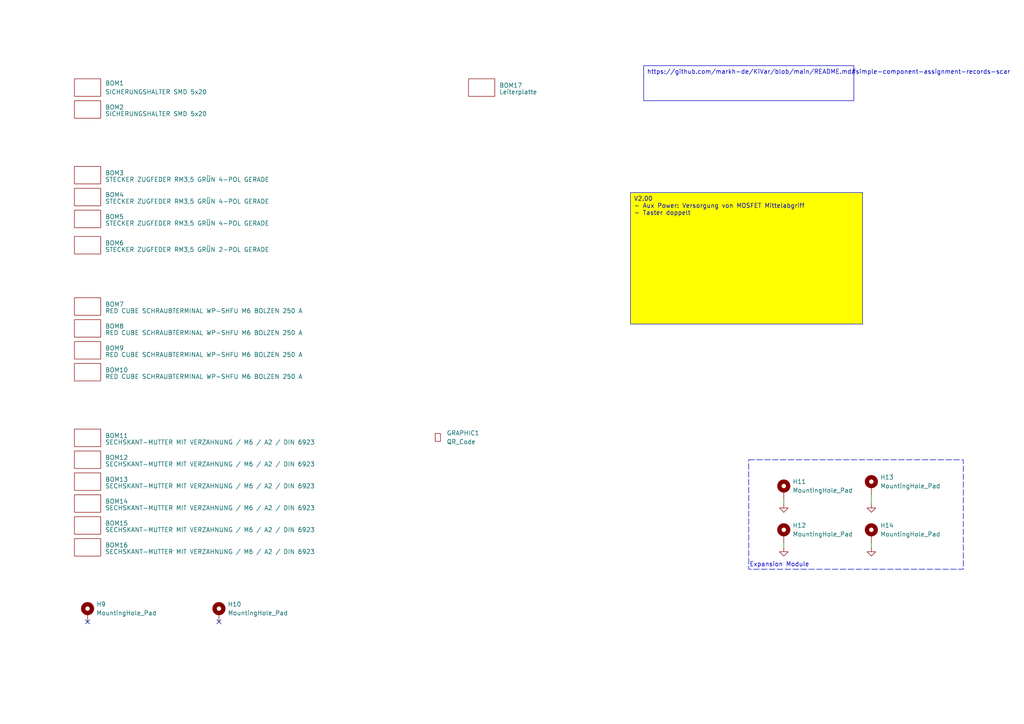
<source format=kicad_sch>
(kicad_sch
	(version 20250114)
	(generator "eeschema")
	(generator_version "9.0")
	(uuid "d2a2d163-13e4-4f1d-aa3d-79667ae6d2fb")
	(paper "A4")
	(lib_symbols
		(symbol "Mechanical:MountingHole_Pad"
			(pin_numbers
				(hide yes)
			)
			(pin_names
				(offset 1.016)
				(hide yes)
			)
			(exclude_from_sim yes)
			(in_bom no)
			(on_board yes)
			(property "Reference" "H"
				(at 0 6.35 0)
				(effects
					(font
						(size 1.27 1.27)
					)
				)
			)
			(property "Value" "MountingHole_Pad"
				(at 0 4.445 0)
				(effects
					(font
						(size 1.27 1.27)
					)
				)
			)
			(property "Footprint" ""
				(at 0 0 0)
				(effects
					(font
						(size 1.27 1.27)
					)
					(hide yes)
				)
			)
			(property "Datasheet" "~"
				(at 0 0 0)
				(effects
					(font
						(size 1.27 1.27)
					)
					(hide yes)
				)
			)
			(property "Description" "Mounting Hole with connection"
				(at 0 0 0)
				(effects
					(font
						(size 1.27 1.27)
					)
					(hide yes)
				)
			)
			(property "ki_keywords" "mounting hole"
				(at 0 0 0)
				(effects
					(font
						(size 1.27 1.27)
					)
					(hide yes)
				)
			)
			(property "ki_fp_filters" "MountingHole*Pad*"
				(at 0 0 0)
				(effects
					(font
						(size 1.27 1.27)
					)
					(hide yes)
				)
			)
			(symbol "MountingHole_Pad_0_1"
				(circle
					(center 0 1.27)
					(radius 1.27)
					(stroke
						(width 1.27)
						(type default)
					)
					(fill
						(type none)
					)
				)
			)
			(symbol "MountingHole_Pad_1_1"
				(pin input line
					(at 0 -2.54 90)
					(length 2.54)
					(name "1"
						(effects
							(font
								(size 1.27 1.27)
							)
						)
					)
					(number "1"
						(effects
							(font
								(size 1.27 1.27)
							)
						)
					)
				)
			)
			(embedded_fonts no)
		)
		(symbol "myBOM_Part:BOM-Part"
			(pin_numbers
				(hide yes)
			)
			(pin_names
				(offset 0)
				(hide yes)
			)
			(exclude_from_sim no)
			(in_bom yes)
			(on_board no)
			(property "Reference" "BOM"
				(at 0 0 0)
				(effects
					(font
						(size 1.27 1.27)
					)
				)
			)
			(property "Value" ""
				(at 0 0 0)
				(effects
					(font
						(size 1.27 1.27)
					)
				)
			)
			(property "Footprint" "myDummy:BOM-Dummy"
				(at 0 0 0)
				(effects
					(font
						(size 1.27 1.27)
					)
					(hide yes)
				)
			)
			(property "Datasheet" ""
				(at 0 0 0)
				(effects
					(font
						(size 1.27 1.27)
					)
					(hide yes)
				)
			)
			(property "Description" ""
				(at 0 0 0)
				(effects
					(font
						(size 1.27 1.27)
					)
					(hide yes)
				)
			)
			(symbol "BOM-Part_0_1"
				(rectangle
					(start -3.81 2.54)
					(end 3.81 -2.54)
					(stroke
						(width 0)
						(type default)
					)
					(fill
						(type none)
					)
				)
			)
			(embedded_fonts no)
		)
		(symbol "myUserSymbol:qrcode"
			(exclude_from_sim no)
			(in_bom yes)
			(on_board yes)
			(property "Reference" "GRAPHIC"
				(at 5.08 1.016 0)
				(effects
					(font
						(size 1.27 1.27)
					)
				)
			)
			(property "Value" "QR_Code"
				(at 5.08 -0.762 0)
				(effects
					(font
						(size 1.27 1.27)
					)
				)
			)
			(property "Footprint" "myQR:qr_PowerPro"
				(at 0 0 0)
				(effects
					(font
						(size 1.27 1.27)
					)
					(hide yes)
				)
			)
			(property "Datasheet" ""
				(at 0 0 0)
				(effects
					(font
						(size 1.27 1.27)
					)
					(hide yes)
				)
			)
			(property "Description" ""
				(at 0 0 0)
				(effects
					(font
						(size 1.27 1.27)
					)
					(hide yes)
				)
			)
			(symbol "qrcode_0_1"
				(rectangle
					(start -0.762 1.27)
					(end 0.762 -1.016)
					(stroke
						(width 0)
						(type default)
					)
					(fill
						(type none)
					)
				)
			)
			(embedded_fonts no)
		)
		(symbol "power:GND"
			(power)
			(pin_numbers
				(hide yes)
			)
			(pin_names
				(offset 0)
				(hide yes)
			)
			(exclude_from_sim no)
			(in_bom yes)
			(on_board yes)
			(property "Reference" "#PWR"
				(at 0 -6.35 0)
				(effects
					(font
						(size 1.27 1.27)
					)
					(hide yes)
				)
			)
			(property "Value" "GND"
				(at 0 -3.81 0)
				(effects
					(font
						(size 1.27 1.27)
					)
				)
			)
			(property "Footprint" ""
				(at 0 0 0)
				(effects
					(font
						(size 1.27 1.27)
					)
					(hide yes)
				)
			)
			(property "Datasheet" ""
				(at 0 0 0)
				(effects
					(font
						(size 1.27 1.27)
					)
					(hide yes)
				)
			)
			(property "Description" "Power symbol creates a global label with name \"GND\" , ground"
				(at 0 0 0)
				(effects
					(font
						(size 1.27 1.27)
					)
					(hide yes)
				)
			)
			(property "ki_keywords" "global power"
				(at 0 0 0)
				(effects
					(font
						(size 1.27 1.27)
					)
					(hide yes)
				)
			)
			(symbol "GND_0_1"
				(polyline
					(pts
						(xy 0 0) (xy 0 -1.27) (xy 1.27 -1.27) (xy 0 -2.54) (xy -1.27 -1.27) (xy 0 -1.27)
					)
					(stroke
						(width 0)
						(type default)
					)
					(fill
						(type none)
					)
				)
			)
			(symbol "GND_1_1"
				(pin power_in line
					(at 0 0 270)
					(length 0)
					(name "~"
						(effects
							(font
								(size 1.27 1.27)
							)
						)
					)
					(number "1"
						(effects
							(font
								(size 1.27 1.27)
							)
						)
					)
				)
			)
			(embedded_fonts no)
		)
	)
	(rectangle
		(start 217.17 133.35)
		(end 279.4 165.1)
		(stroke
			(width 0)
			(type dash)
		)
		(fill
			(type none)
		)
		(uuid 439703d5-96a0-4221-8716-af461b4479f9)
	)
	(text "Expansion Module"
		(exclude_from_sim no)
		(at 226.06 163.83 0)
		(effects
			(font
				(size 1.27 1.27)
			)
		)
		(uuid "04ecad34-d655-4c5c-b20a-c069913c0bd9")
	)
	(text_box "V2.00\n- Aux Power: Versorgung von MOSFET Mittelabgriff\n- Taster doppelt\n"
		(exclude_from_sim no)
		(at 182.88 55.88 0)
		(size 67.31 38.1)
		(margins 0.9525 0.9525 0.9525 0.9525)
		(stroke
			(width 0)
			(type solid)
		)
		(fill
			(type color)
			(color 255 255 0 1)
		)
		(effects
			(font
				(size 1.27 1.27)
			)
			(justify left top)
		)
		(uuid "24112d1c-5aa9-49ef-988a-13f18db7bec7")
	)
	(text_box "https://github.com/markh-de/KiVar/blob/main/README.md#simple-component-assignment-records-scar"
		(exclude_from_sim no)
		(at 186.69 19.05 0)
		(size 60.96 10.16)
		(margins 0.9525 0.9525 0.9525 0.9525)
		(stroke
			(width 0)
			(type solid)
		)
		(fill
			(type none)
		)
		(effects
			(font
				(size 1.27 1.27)
			)
			(justify left top)
		)
		(uuid "bc9d1e96-57a4-4f41-a021-c3925ca2178d")
	)
	(no_connect
		(at 63.5 180.34)
		(uuid "3f9eb071-1071-447f-a0d2-40b907efaaaa")
	)
	(no_connect
		(at 25.4 180.34)
		(uuid "73be37cc-abdc-463d-83e4-d3578cdb1737")
	)
	(wire
		(pts
			(xy 227.33 157.48) (xy 227.33 158.75)
		)
		(stroke
			(width 0)
			(type default)
		)
		(uuid "53dbe2e7-c4e3-41cd-b60d-fba210533a5d")
	)
	(wire
		(pts
			(xy 227.33 144.78) (xy 227.33 146.05)
		)
		(stroke
			(width 0)
			(type default)
		)
		(uuid "58f6d539-5cec-4c5a-a8e9-197ef322413b")
	)
	(wire
		(pts
			(xy 252.73 157.48) (xy 252.73 158.75)
		)
		(stroke
			(width 0)
			(type default)
		)
		(uuid "9c8f581d-90d3-4541-a79d-311bf99038a9")
	)
	(wire
		(pts
			(xy 252.73 143.51) (xy 252.73 146.05)
		)
		(stroke
			(width 0)
			(type default)
		)
		(uuid "d2e9674b-3214-42fe-91fe-eff4b1c6b520")
	)
	(symbol
		(lib_id "myBOM_Part:BOM-Part")
		(at 25.4 158.75 0)
		(unit 1)
		(exclude_from_sim no)
		(in_bom yes)
		(on_board yes)
		(dnp no)
		(fields_autoplaced yes)
		(uuid "13be8445-2381-4989-b0c8-cb0b27a90645")
		(property "Reference" "BOM16"
			(at 30.48 158.1149 0)
			(effects
				(font
					(size 1.27 1.27)
				)
				(justify left)
			)
		)
		(property "Value" "SECHSKANT-MUTTER MIT VERZAHNUNG / M6 / A2 / DIN 6923"
			(at 30.48 160.02 0)
			(effects
				(font
					(size 1.27 1.27)
				)
				(justify left)
			)
		)
		(property "Footprint" "myBOM:BOM_PART_2x2mm"
			(at 25.4 158.75 0)
			(effects
				(font
					(size 1.27 1.27)
				)
				(hide yes)
			)
		)
		(property "Datasheet" ""
			(at 25.4 158.75 0)
			(effects
				(font
					(size 1.27 1.27)
				)
				(hide yes)
			)
		)
		(property "Description" "SECHSKANT-MUTTER MIT VERZAHNUNG / M6 / A2 / DIN 6923"
			(at 25.4 158.75 0)
			(effects
				(font
					(size 1.27 1.27)
				)
				(hide yes)
			)
		)
		(property "ECS Art#" "M589"
			(at 25.4 158.75 0)
			(effects
				(font
					(size 1.27 1.27)
				)
				(hide yes)
			)
		)
		(property "HAN" ""
			(at 25.4 158.75 0)
			(effects
				(font
					(size 1.27 1.27)
				)
				(hide yes)
			)
		)
		(property "Voltage" ""
			(at 25.4 158.75 0)
			(effects
				(font
					(size 1.27 1.27)
				)
				(hide yes)
			)
		)
		(property "Toleranz" ""
			(at 25.4 158.75 0)
			(effects
				(font
					(size 1.27 1.27)
				)
				(hide yes)
			)
		)
		(property "Hersteller" ""
			(at 25.4 158.75 0)
			(effects
				(font
					(size 1.27 1.27)
				)
				(hide yes)
			)
		)
		(instances
			(project "smartPro"
				(path "/bf1f8167-8e29-49cc-a467-dd9cc2c77246/4875905e-d35e-4049-a6aa-c7869d81fd32"
					(reference "BOM16")
					(unit 1)
				)
			)
		)
	)
	(symbol
		(lib_id "myBOM_Part:BOM-Part")
		(at 25.4 101.6 0)
		(unit 1)
		(exclude_from_sim no)
		(in_bom yes)
		(on_board yes)
		(dnp no)
		(fields_autoplaced yes)
		(uuid "1b6df1ec-0485-4b7d-a5ee-514894bd27bb")
		(property "Reference" "BOM9"
			(at 30.48 100.9649 0)
			(effects
				(font
					(size 1.27 1.27)
				)
				(justify left)
			)
		)
		(property "Value" "RED CUBE SCHRAUBTERMINAL WP-SHFU M6 BOLZEN 250 A"
			(at 30.48 102.87 0)
			(effects
				(font
					(size 1.27 1.27)
				)
				(justify left)
			)
		)
		(property "Footprint" "myBOM:BOM_PART_2x2mm"
			(at 25.4 101.6 0)
			(effects
				(font
					(size 1.27 1.27)
				)
				(hide yes)
			)
		)
		(property "Datasheet" ""
			(at 25.4 101.6 0)
			(effects
				(font
					(size 1.27 1.27)
				)
				(hide yes)
			)
		)
		(property "Description" "RED CUBE SCHRAUBTERMINAL WP-SHFU M6 BOLZEN 250 A"
			(at 25.4 101.6 0)
			(effects
				(font
					(size 1.27 1.27)
				)
				(hide yes)
			)
		)
		(property "ECS Art#" "CON521"
			(at 25.4 101.6 0)
			(effects
				(font
					(size 1.27 1.27)
				)
				(hide yes)
			)
		)
		(property "HAN" "7461098"
			(at 25.4 101.6 0)
			(effects
				(font
					(size 1.27 1.27)
				)
				(hide yes)
			)
		)
		(property "Voltage" ""
			(at 25.4 101.6 0)
			(effects
				(font
					(size 1.27 1.27)
				)
				(hide yes)
			)
		)
		(property "Toleranz" ""
			(at 25.4 101.6 0)
			(effects
				(font
					(size 1.27 1.27)
				)
				(hide yes)
			)
		)
		(property "Hersteller" "Würth"
			(at 25.4 101.6 0)
			(effects
				(font
					(size 1.27 1.27)
				)
				(hide yes)
			)
		)
		(instances
			(project "smartPro"
				(path "/bf1f8167-8e29-49cc-a467-dd9cc2c77246/4875905e-d35e-4049-a6aa-c7869d81fd32"
					(reference "BOM9")
					(unit 1)
				)
			)
		)
	)
	(symbol
		(lib_id "Mechanical:MountingHole_Pad")
		(at 252.73 154.94 0)
		(unit 1)
		(exclude_from_sim yes)
		(in_bom no)
		(on_board yes)
		(dnp no)
		(fields_autoplaced yes)
		(uuid "2502056f-8c4a-4ddd-993b-3ef96ce9a768")
		(property "Reference" "H14"
			(at 255.27 152.3999 0)
			(effects
				(font
					(size 1.27 1.27)
				)
				(justify left)
			)
		)
		(property "Value" "MountingHole_Pad"
			(at 255.27 154.9399 0)
			(effects
				(font
					(size 1.27 1.27)
				)
				(justify left)
			)
		)
		(property "Footprint" "MountingHole:MountingHole_3.2mm_M3_DIN965_Pad"
			(at 252.73 154.94 0)
			(effects
				(font
					(size 1.27 1.27)
				)
				(hide yes)
			)
		)
		(property "Datasheet" "~"
			(at 252.73 154.94 0)
			(effects
				(font
					(size 1.27 1.27)
				)
				(hide yes)
			)
		)
		(property "Description" "Mounting Hole with connection"
			(at 252.73 154.94 0)
			(effects
				(font
					(size 1.27 1.27)
				)
				(hide yes)
			)
		)
		(pin "1"
			(uuid "9d30b5b2-c1c1-4513-9a90-ed04021f002d")
		)
		(instances
			(project "smartPro"
				(path "/bf1f8167-8e29-49cc-a467-dd9cc2c77246/4875905e-d35e-4049-a6aa-c7869d81fd32"
					(reference "H14")
					(unit 1)
				)
			)
		)
	)
	(symbol
		(lib_id "myBOM_Part:BOM-Part")
		(at 25.4 146.05 0)
		(unit 1)
		(exclude_from_sim no)
		(in_bom yes)
		(on_board yes)
		(dnp no)
		(fields_autoplaced yes)
		(uuid "2a14a79f-b15b-4981-b6b1-db220f193080")
		(property "Reference" "BOM14"
			(at 30.48 145.4149 0)
			(effects
				(font
					(size 1.27 1.27)
				)
				(justify left)
			)
		)
		(property "Value" "SECHSKANT-MUTTER MIT VERZAHNUNG / M6 / A2 / DIN 6923"
			(at 30.48 147.32 0)
			(effects
				(font
					(size 1.27 1.27)
				)
				(justify left)
			)
		)
		(property "Footprint" "myBOM:BOM_PART_2x2mm"
			(at 25.4 146.05 0)
			(effects
				(font
					(size 1.27 1.27)
				)
				(hide yes)
			)
		)
		(property "Datasheet" ""
			(at 25.4 146.05 0)
			(effects
				(font
					(size 1.27 1.27)
				)
				(hide yes)
			)
		)
		(property "Description" "SECHSKANT-MUTTER MIT VERZAHNUNG / M6 / A2 / DIN 6923"
			(at 25.4 146.05 0)
			(effects
				(font
					(size 1.27 1.27)
				)
				(hide yes)
			)
		)
		(property "ECS Art#" "M589"
			(at 25.4 146.05 0)
			(effects
				(font
					(size 1.27 1.27)
				)
				(hide yes)
			)
		)
		(property "HAN" ""
			(at 25.4 146.05 0)
			(effects
				(font
					(size 1.27 1.27)
				)
				(hide yes)
			)
		)
		(property "Voltage" ""
			(at 25.4 146.05 0)
			(effects
				(font
					(size 1.27 1.27)
				)
				(hide yes)
			)
		)
		(property "Toleranz" ""
			(at 25.4 146.05 0)
			(effects
				(font
					(size 1.27 1.27)
				)
				(hide yes)
			)
		)
		(property "Hersteller" ""
			(at 25.4 146.05 0)
			(effects
				(font
					(size 1.27 1.27)
				)
				(hide yes)
			)
		)
		(instances
			(project "smartPro"
				(path "/bf1f8167-8e29-49cc-a467-dd9cc2c77246/4875905e-d35e-4049-a6aa-c7869d81fd32"
					(reference "BOM14")
					(unit 1)
				)
			)
		)
	)
	(symbol
		(lib_id "power:GND")
		(at 252.73 158.75 0)
		(unit 1)
		(exclude_from_sim no)
		(in_bom yes)
		(on_board yes)
		(dnp no)
		(fields_autoplaced yes)
		(uuid "2e145680-fd29-46b3-8308-ad8e89387c5f")
		(property "Reference" "#PWR0272"
			(at 252.73 165.1 0)
			(effects
				(font
					(size 1.27 1.27)
				)
				(hide yes)
			)
		)
		(property "Value" "GND"
			(at 252.73 163.83 0)
			(effects
				(font
					(size 1.27 1.27)
				)
				(hide yes)
			)
		)
		(property "Footprint" ""
			(at 252.73 158.75 0)
			(effects
				(font
					(size 1.27 1.27)
				)
				(hide yes)
			)
		)
		(property "Datasheet" ""
			(at 252.73 158.75 0)
			(effects
				(font
					(size 1.27 1.27)
				)
				(hide yes)
			)
		)
		(property "Description" "Power symbol creates a global label with name \"GND\" , ground"
			(at 252.73 158.75 0)
			(effects
				(font
					(size 1.27 1.27)
				)
				(hide yes)
			)
		)
		(pin "1"
			(uuid "27b8f9e2-3c78-4292-90ff-83d487177b34")
		)
		(instances
			(project "smartPro"
				(path "/bf1f8167-8e29-49cc-a467-dd9cc2c77246/4875905e-d35e-4049-a6aa-c7869d81fd32"
					(reference "#PWR0272")
					(unit 1)
				)
			)
		)
	)
	(symbol
		(lib_id "myBOM_Part:BOM-Part")
		(at 25.4 139.7 0)
		(unit 1)
		(exclude_from_sim no)
		(in_bom yes)
		(on_board yes)
		(dnp no)
		(fields_autoplaced yes)
		(uuid "2ff67a74-e4b4-4e20-ba8c-99282f2a2b30")
		(property "Reference" "BOM13"
			(at 30.48 139.0649 0)
			(effects
				(font
					(size 1.27 1.27)
				)
				(justify left)
			)
		)
		(property "Value" "SECHSKANT-MUTTER MIT VERZAHNUNG / M6 / A2 / DIN 6923"
			(at 30.48 140.97 0)
			(effects
				(font
					(size 1.27 1.27)
				)
				(justify left)
			)
		)
		(property "Footprint" "myBOM:BOM_PART_2x2mm"
			(at 25.4 139.7 0)
			(effects
				(font
					(size 1.27 1.27)
				)
				(hide yes)
			)
		)
		(property "Datasheet" ""
			(at 25.4 139.7 0)
			(effects
				(font
					(size 1.27 1.27)
				)
				(hide yes)
			)
		)
		(property "Description" "SECHSKANT-MUTTER MIT VERZAHNUNG / M6 / A2 / DIN 6923"
			(at 25.4 139.7 0)
			(effects
				(font
					(size 1.27 1.27)
				)
				(hide yes)
			)
		)
		(property "ECS Art#" "M589"
			(at 25.4 139.7 0)
			(effects
				(font
					(size 1.27 1.27)
				)
				(hide yes)
			)
		)
		(property "HAN" ""
			(at 25.4 139.7 0)
			(effects
				(font
					(size 1.27 1.27)
				)
				(hide yes)
			)
		)
		(property "Voltage" ""
			(at 25.4 139.7 0)
			(effects
				(font
					(size 1.27 1.27)
				)
				(hide yes)
			)
		)
		(property "Toleranz" ""
			(at 25.4 139.7 0)
			(effects
				(font
					(size 1.27 1.27)
				)
				(hide yes)
			)
		)
		(property "Hersteller" ""
			(at 25.4 139.7 0)
			(effects
				(font
					(size 1.27 1.27)
				)
				(hide yes)
			)
		)
		(instances
			(project "smartPro"
				(path "/bf1f8167-8e29-49cc-a467-dd9cc2c77246/4875905e-d35e-4049-a6aa-c7869d81fd32"
					(reference "BOM13")
					(unit 1)
				)
			)
		)
	)
	(symbol
		(lib_id "myBOM_Part:BOM-Part")
		(at 25.4 107.95 0)
		(unit 1)
		(exclude_from_sim no)
		(in_bom yes)
		(on_board yes)
		(dnp no)
		(fields_autoplaced yes)
		(uuid "33ba4f5c-fa84-45f2-bf01-aade6a0ebfe8")
		(property "Reference" "BOM10"
			(at 30.48 107.3149 0)
			(effects
				(font
					(size 1.27 1.27)
				)
				(justify left)
			)
		)
		(property "Value" "RED CUBE SCHRAUBTERMINAL WP-SHFU M6 BOLZEN 250 A"
			(at 30.48 109.22 0)
			(effects
				(font
					(size 1.27 1.27)
				)
				(justify left)
			)
		)
		(property "Footprint" "myBOM:BOM_PART_2x2mm"
			(at 25.4 107.95 0)
			(effects
				(font
					(size 1.27 1.27)
				)
				(hide yes)
			)
		)
		(property "Datasheet" ""
			(at 25.4 107.95 0)
			(effects
				(font
					(size 1.27 1.27)
				)
				(hide yes)
			)
		)
		(property "Description" "RED CUBE SCHRAUBTERMINAL WP-SHFU M6 BOLZEN 250 A"
			(at 25.4 107.95 0)
			(effects
				(font
					(size 1.27 1.27)
				)
				(hide yes)
			)
		)
		(property "ECS Art#" "CON521"
			(at 25.4 107.95 0)
			(effects
				(font
					(size 1.27 1.27)
				)
				(hide yes)
			)
		)
		(property "HAN" "7461098"
			(at 25.4 107.95 0)
			(effects
				(font
					(size 1.27 1.27)
				)
				(hide yes)
			)
		)
		(property "Voltage" ""
			(at 25.4 107.95 0)
			(effects
				(font
					(size 1.27 1.27)
				)
				(hide yes)
			)
		)
		(property "Toleranz" ""
			(at 25.4 107.95 0)
			(effects
				(font
					(size 1.27 1.27)
				)
				(hide yes)
			)
		)
		(property "Hersteller" "Würth"
			(at 25.4 107.95 0)
			(effects
				(font
					(size 1.27 1.27)
				)
				(hide yes)
			)
		)
		(instances
			(project "smartPro"
				(path "/bf1f8167-8e29-49cc-a467-dd9cc2c77246/4875905e-d35e-4049-a6aa-c7869d81fd32"
					(reference "BOM10")
					(unit 1)
				)
			)
		)
	)
	(symbol
		(lib_id "myBOM_Part:BOM-Part")
		(at 25.4 95.25 0)
		(unit 1)
		(exclude_from_sim no)
		(in_bom yes)
		(on_board yes)
		(dnp no)
		(fields_autoplaced yes)
		(uuid "3af4fbd4-d40e-452c-9e32-001077c1c6aa")
		(property "Reference" "BOM8"
			(at 30.48 94.6149 0)
			(effects
				(font
					(size 1.27 1.27)
				)
				(justify left)
			)
		)
		(property "Value" "RED CUBE SCHRAUBTERMINAL WP-SHFU M6 BOLZEN 250 A"
			(at 30.48 96.52 0)
			(effects
				(font
					(size 1.27 1.27)
				)
				(justify left)
			)
		)
		(property "Footprint" "myBOM:BOM_PART_2x2mm"
			(at 25.4 95.25 0)
			(effects
				(font
					(size 1.27 1.27)
				)
				(hide yes)
			)
		)
		(property "Datasheet" ""
			(at 25.4 95.25 0)
			(effects
				(font
					(size 1.27 1.27)
				)
				(hide yes)
			)
		)
		(property "Description" "RED CUBE SCHRAUBTERMINAL WP-SHFU M6 BOLZEN 250 A"
			(at 25.4 95.25 0)
			(effects
				(font
					(size 1.27 1.27)
				)
				(hide yes)
			)
		)
		(property "ECS Art#" "CON521"
			(at 25.4 95.25 0)
			(effects
				(font
					(size 1.27 1.27)
				)
				(hide yes)
			)
		)
		(property "HAN" "7461098"
			(at 25.4 95.25 0)
			(effects
				(font
					(size 1.27 1.27)
				)
				(hide yes)
			)
		)
		(property "Voltage" ""
			(at 25.4 95.25 0)
			(effects
				(font
					(size 1.27 1.27)
				)
				(hide yes)
			)
		)
		(property "Toleranz" ""
			(at 25.4 95.25 0)
			(effects
				(font
					(size 1.27 1.27)
				)
				(hide yes)
			)
		)
		(property "Hersteller" "Würth"
			(at 25.4 95.25 0)
			(effects
				(font
					(size 1.27 1.27)
				)
				(hide yes)
			)
		)
		(instances
			(project "smartPro"
				(path "/bf1f8167-8e29-49cc-a467-dd9cc2c77246/4875905e-d35e-4049-a6aa-c7869d81fd32"
					(reference "BOM8")
					(unit 1)
				)
			)
		)
	)
	(symbol
		(lib_id "myBOM_Part:BOM-Part")
		(at 25.4 50.8 0)
		(unit 1)
		(exclude_from_sim no)
		(in_bom yes)
		(on_board yes)
		(dnp no)
		(fields_autoplaced yes)
		(uuid "3b1edae6-9a49-468b-9575-917881cfa914")
		(property "Reference" "BOM3"
			(at 30.48 50.1649 0)
			(effects
				(font
					(size 1.27 1.27)
				)
				(justify left)
			)
		)
		(property "Value" "STECKER ZUGFEDER RM3,5 GRÜN 4-POL GERADE"
			(at 30.48 52.07 0)
			(effects
				(font
					(size 1.27 1.27)
				)
				(justify left)
			)
		)
		(property "Footprint" "myBOM:BOM_PART_2x2mm"
			(at 25.4 50.8 0)
			(effects
				(font
					(size 1.27 1.27)
				)
				(hide yes)
			)
		)
		(property "Datasheet" "https://www.lcsc.com/datasheet/lcsc_datasheet_2111222030_Cixi-Kefa-Elec-KF2EDGKN-3-5-4P_C2923001.pdf"
			(at 25.4 50.8 0)
			(effects
				(font
					(size 1.27 1.27)
				)
				(hide yes)
			)
		)
		(property "Description" "STECKER ZUGFEDER RM3,5 GRÜN 4-POL GERADE"
			(at 25.4 50.8 0)
			(effects
				(font
					(size 1.27 1.27)
				)
				(hide yes)
			)
		)
		(property "ECS Art#" "CON592"
			(at 25.4 50.8 0)
			(effects
				(font
					(size 1.27 1.27)
				)
				(hide yes)
			)
		)
		(property "HAN" "KF2EDGKN-3.5-4P"
			(at 25.4 50.8 0)
			(effects
				(font
					(size 1.27 1.27)
				)
				(hide yes)
			)
		)
		(property "Voltage" ""
			(at 25.4 50.8 0)
			(effects
				(font
					(size 1.27 1.27)
				)
				(hide yes)
			)
		)
		(property "Toleranz" ""
			(at 25.4 50.8 0)
			(effects
				(font
					(size 1.27 1.27)
				)
				(hide yes)
			)
		)
		(property "Hersteller" "Cici"
			(at 25.4 50.8 0)
			(effects
				(font
					(size 1.27 1.27)
				)
				(hide yes)
			)
		)
		(instances
			(project "greenSmartSwitch"
				(path "/bf1f8167-8e29-49cc-a467-dd9cc2c77246/4875905e-d35e-4049-a6aa-c7869d81fd32"
					(reference "BOM3")
					(unit 1)
				)
			)
		)
	)
	(symbol
		(lib_id "myUserSymbol:qrcode")
		(at 127 127 0)
		(unit 1)
		(exclude_from_sim no)
		(in_bom yes)
		(on_board yes)
		(dnp no)
		(fields_autoplaced yes)
		(uuid "3bd154cd-1a86-44b1-84d1-fd9215abcf7a")
		(property "Reference" "GRAPHIC1"
			(at 129.54 125.6029 0)
			(effects
				(font
					(size 1.27 1.27)
				)
				(justify left)
			)
		)
		(property "Value" "QR_Code"
			(at 129.54 128.1429 0)
			(effects
				(font
					(size 1.27 1.27)
				)
				(justify left)
			)
		)
		(property "Footprint" "myQR:qr_SmartPro209"
			(at 127 127 0)
			(effects
				(font
					(size 1.27 1.27)
				)
				(hide yes)
			)
		)
		(property "Datasheet" ""
			(at 127 127 0)
			(effects
				(font
					(size 1.27 1.27)
				)
				(hide yes)
			)
		)
		(property "Description" ""
			(at 127 127 0)
			(effects
				(font
					(size 1.27 1.27)
				)
				(hide yes)
			)
		)
		(property "ECS Art#" ""
			(at 127 127 0)
			(effects
				(font
					(size 1.27 1.27)
				)
				(hide yes)
			)
		)
		(property "HAN" ""
			(at 127 127 0)
			(effects
				(font
					(size 1.27 1.27)
				)
				(hide yes)
			)
		)
		(property "Voltage" ""
			(at 127 127 0)
			(effects
				(font
					(size 1.27 1.27)
				)
				(hide yes)
			)
		)
		(property "Toleranz" ""
			(at 127 127 0)
			(effects
				(font
					(size 1.27 1.27)
				)
				(hide yes)
			)
		)
		(property "Hersteller" ""
			(at 127 127 0)
			(effects
				(font
					(size 1.27 1.27)
				)
				(hide yes)
			)
		)
		(instances
			(project ""
				(path "/bf1f8167-8e29-49cc-a467-dd9cc2c77246/4875905e-d35e-4049-a6aa-c7869d81fd32"
					(reference "GRAPHIC1")
					(unit 1)
				)
			)
		)
	)
	(symbol
		(lib_id "myBOM_Part:BOM-Part")
		(at 139.7 25.4 0)
		(unit 1)
		(exclude_from_sim no)
		(in_bom yes)
		(on_board yes)
		(dnp no)
		(fields_autoplaced yes)
		(uuid "4b9b21af-a34a-4336-aa7c-8aa0c8a915e5")
		(property "Reference" "BOM17"
			(at 144.78 24.7649 0)
			(effects
				(font
					(size 1.27 1.27)
				)
				(justify left)
			)
		)
		(property "Value" "Leiterplatte"
			(at 144.78 26.67 0)
			(effects
				(font
					(size 1.27 1.27)
				)
				(justify left)
			)
		)
		(property "Footprint" "myBOM:BOM_PART_2x2mm"
			(at 139.7 25.4 0)
			(effects
				(font
					(size 1.27 1.27)
				)
				(hide yes)
			)
		)
		(property "Datasheet" ""
			(at 139.7 25.4 0)
			(effects
				(font
					(size 1.27 1.27)
				)
				(hide yes)
			)
		)
		(property "Description" "ECS_SMART_PRO_209_LP"
			(at 139.7 25.4 0)
			(effects
				(font
					(size 1.27 1.27)
				)
				(hide yes)
			)
		)
		(property "ECS Art#" "PT097"
			(at 139.7 25.4 0)
			(effects
				(font
					(size 1.27 1.27)
				)
				(hide yes)
			)
		)
		(property "HAN" ""
			(at 139.7 25.4 0)
			(effects
				(font
					(size 1.27 1.27)
				)
				(hide yes)
			)
		)
		(property "Voltage" ""
			(at 139.7 25.4 0)
			(effects
				(font
					(size 1.27 1.27)
				)
				(hide yes)
			)
		)
		(property "Toleranz" ""
			(at 139.7 25.4 0)
			(effects
				(font
					(size 1.27 1.27)
				)
				(hide yes)
			)
		)
		(property "Hersteller" ""
			(at 139.7 25.4 0)
			(effects
				(font
					(size 1.27 1.27)
				)
				(hide yes)
			)
		)
		(instances
			(project "greenSmartSwitch"
				(path "/bf1f8167-8e29-49cc-a467-dd9cc2c77246/4875905e-d35e-4049-a6aa-c7869d81fd32"
					(reference "BOM17")
					(unit 1)
				)
			)
		)
	)
	(symbol
		(lib_id "Mechanical:MountingHole_Pad")
		(at 252.73 140.97 0)
		(unit 1)
		(exclude_from_sim yes)
		(in_bom no)
		(on_board yes)
		(dnp no)
		(fields_autoplaced yes)
		(uuid "4d12b034-eced-4073-8b7c-a391c81b7a7f")
		(property "Reference" "H13"
			(at 255.27 138.4299 0)
			(effects
				(font
					(size 1.27 1.27)
				)
				(justify left)
			)
		)
		(property "Value" "MountingHole_Pad"
			(at 255.27 140.9699 0)
			(effects
				(font
					(size 1.27 1.27)
				)
				(justify left)
			)
		)
		(property "Footprint" "MountingHole:MountingHole_3.2mm_M3_DIN965_Pad"
			(at 252.73 140.97 0)
			(effects
				(font
					(size 1.27 1.27)
				)
				(hide yes)
			)
		)
		(property "Datasheet" "~"
			(at 252.73 140.97 0)
			(effects
				(font
					(size 1.27 1.27)
				)
				(hide yes)
			)
		)
		(property "Description" "Mounting Hole with connection"
			(at 252.73 140.97 0)
			(effects
				(font
					(size 1.27 1.27)
				)
				(hide yes)
			)
		)
		(pin "1"
			(uuid "ebfb7f25-d75d-4e88-875f-c7c54790bce9")
		)
		(instances
			(project "smartPro"
				(path "/bf1f8167-8e29-49cc-a467-dd9cc2c77246/4875905e-d35e-4049-a6aa-c7869d81fd32"
					(reference "H13")
					(unit 1)
				)
			)
		)
	)
	(symbol
		(lib_id "myBOM_Part:BOM-Part")
		(at 25.4 88.9 0)
		(unit 1)
		(exclude_from_sim no)
		(in_bom yes)
		(on_board yes)
		(dnp no)
		(fields_autoplaced yes)
		(uuid "5f0ba118-cb7e-46a6-9e22-451927bb40a6")
		(property "Reference" "BOM7"
			(at 30.48 88.2649 0)
			(effects
				(font
					(size 1.27 1.27)
				)
				(justify left)
			)
		)
		(property "Value" "RED CUBE SCHRAUBTERMINAL WP-SHFU M6 BOLZEN 250 A"
			(at 30.48 90.17 0)
			(effects
				(font
					(size 1.27 1.27)
				)
				(justify left)
			)
		)
		(property "Footprint" "myBOM:BOM_PART_2x2mm"
			(at 25.4 88.9 0)
			(effects
				(font
					(size 1.27 1.27)
				)
				(hide yes)
			)
		)
		(property "Datasheet" ""
			(at 25.4 88.9 0)
			(effects
				(font
					(size 1.27 1.27)
				)
				(hide yes)
			)
		)
		(property "Description" "RED CUBE SCHRAUBTERMINAL WP-SHFU M6 BOLZEN 250 A"
			(at 25.4 88.9 0)
			(effects
				(font
					(size 1.27 1.27)
				)
				(hide yes)
			)
		)
		(property "ECS Art#" "CON521"
			(at 25.4 88.9 0)
			(effects
				(font
					(size 1.27 1.27)
				)
				(hide yes)
			)
		)
		(property "HAN" "7461098"
			(at 25.4 88.9 0)
			(effects
				(font
					(size 1.27 1.27)
				)
				(hide yes)
			)
		)
		(property "Voltage" ""
			(at 25.4 88.9 0)
			(effects
				(font
					(size 1.27 1.27)
				)
				(hide yes)
			)
		)
		(property "Toleranz" ""
			(at 25.4 88.9 0)
			(effects
				(font
					(size 1.27 1.27)
				)
				(hide yes)
			)
		)
		(property "Hersteller" "Würth"
			(at 25.4 88.9 0)
			(effects
				(font
					(size 1.27 1.27)
				)
				(hide yes)
			)
		)
		(instances
			(project "smartPro"
				(path "/bf1f8167-8e29-49cc-a467-dd9cc2c77246/4875905e-d35e-4049-a6aa-c7869d81fd32"
					(reference "BOM7")
					(unit 1)
				)
			)
		)
	)
	(symbol
		(lib_id "Mechanical:MountingHole_Pad")
		(at 25.4 177.8 0)
		(unit 1)
		(exclude_from_sim yes)
		(in_bom no)
		(on_board yes)
		(dnp no)
		(fields_autoplaced yes)
		(uuid "64eab666-6449-4ddc-b6ea-8ddf6dce9762")
		(property "Reference" "H9"
			(at 27.94 175.2599 0)
			(effects
				(font
					(size 1.27 1.27)
				)
				(justify left)
			)
		)
		(property "Value" "MountingHole_Pad"
			(at 27.94 177.7999 0)
			(effects
				(font
					(size 1.27 1.27)
				)
				(justify left)
			)
		)
		(property "Footprint" "MountingHole:MountingHole_4.3mm_M4_DIN965_Pad"
			(at 25.4 177.8 0)
			(effects
				(font
					(size 1.27 1.27)
				)
				(hide yes)
			)
		)
		(property "Datasheet" "~"
			(at 25.4 177.8 0)
			(effects
				(font
					(size 1.27 1.27)
				)
				(hide yes)
			)
		)
		(property "Description" "Mounting Hole with connection"
			(at 25.4 177.8 0)
			(effects
				(font
					(size 1.27 1.27)
				)
				(hide yes)
			)
		)
		(pin "1"
			(uuid "ac44c1fc-a127-40ef-8928-2623fe9de048")
		)
		(instances
			(project ""
				(path "/bf1f8167-8e29-49cc-a467-dd9cc2c77246/4875905e-d35e-4049-a6aa-c7869d81fd32"
					(reference "H9")
					(unit 1)
				)
			)
		)
	)
	(symbol
		(lib_id "myBOM_Part:BOM-Part")
		(at 25.4 133.35 0)
		(unit 1)
		(exclude_from_sim no)
		(in_bom yes)
		(on_board yes)
		(dnp no)
		(fields_autoplaced yes)
		(uuid "746dd0fa-2fd4-48ee-8689-2235f0729ffb")
		(property "Reference" "BOM12"
			(at 30.48 132.7149 0)
			(effects
				(font
					(size 1.27 1.27)
				)
				(justify left)
			)
		)
		(property "Value" "SECHSKANT-MUTTER MIT VERZAHNUNG / M6 / A2 / DIN 6923"
			(at 30.48 134.62 0)
			(effects
				(font
					(size 1.27 1.27)
				)
				(justify left)
			)
		)
		(property "Footprint" "myBOM:BOM_PART_2x2mm"
			(at 25.4 133.35 0)
			(effects
				(font
					(size 1.27 1.27)
				)
				(hide yes)
			)
		)
		(property "Datasheet" ""
			(at 25.4 133.35 0)
			(effects
				(font
					(size 1.27 1.27)
				)
				(hide yes)
			)
		)
		(property "Description" "SECHSKANT-MUTTER MIT VERZAHNUNG / M6 / A2 / DIN 6923"
			(at 25.4 133.35 0)
			(effects
				(font
					(size 1.27 1.27)
				)
				(hide yes)
			)
		)
		(property "ECS Art#" "M589"
			(at 25.4 133.35 0)
			(effects
				(font
					(size 1.27 1.27)
				)
				(hide yes)
			)
		)
		(property "HAN" ""
			(at 25.4 133.35 0)
			(effects
				(font
					(size 1.27 1.27)
				)
				(hide yes)
			)
		)
		(property "Voltage" ""
			(at 25.4 133.35 0)
			(effects
				(font
					(size 1.27 1.27)
				)
				(hide yes)
			)
		)
		(property "Toleranz" ""
			(at 25.4 133.35 0)
			(effects
				(font
					(size 1.27 1.27)
				)
				(hide yes)
			)
		)
		(property "Hersteller" ""
			(at 25.4 133.35 0)
			(effects
				(font
					(size 1.27 1.27)
				)
				(hide yes)
			)
		)
		(instances
			(project "smartPro"
				(path "/bf1f8167-8e29-49cc-a467-dd9cc2c77246/4875905e-d35e-4049-a6aa-c7869d81fd32"
					(reference "BOM12")
					(unit 1)
				)
			)
		)
	)
	(symbol
		(lib_id "power:GND")
		(at 227.33 146.05 0)
		(unit 1)
		(exclude_from_sim no)
		(in_bom yes)
		(on_board yes)
		(dnp no)
		(fields_autoplaced yes)
		(uuid "879d87d9-9c2f-43fb-9583-a2d8cb0d06bc")
		(property "Reference" "#PWR0269"
			(at 227.33 152.4 0)
			(effects
				(font
					(size 1.27 1.27)
				)
				(hide yes)
			)
		)
		(property "Value" "GND"
			(at 227.33 151.13 0)
			(effects
				(font
					(size 1.27 1.27)
				)
				(hide yes)
			)
		)
		(property "Footprint" ""
			(at 227.33 146.05 0)
			(effects
				(font
					(size 1.27 1.27)
				)
				(hide yes)
			)
		)
		(property "Datasheet" ""
			(at 227.33 146.05 0)
			(effects
				(font
					(size 1.27 1.27)
				)
				(hide yes)
			)
		)
		(property "Description" "Power symbol creates a global label with name \"GND\" , ground"
			(at 227.33 146.05 0)
			(effects
				(font
					(size 1.27 1.27)
				)
				(hide yes)
			)
		)
		(pin "1"
			(uuid "e440429f-f859-4c0d-bcca-84f0a4fe6e4c")
		)
		(instances
			(project "smartPro"
				(path "/bf1f8167-8e29-49cc-a467-dd9cc2c77246/4875905e-d35e-4049-a6aa-c7869d81fd32"
					(reference "#PWR0269")
					(unit 1)
				)
			)
		)
	)
	(symbol
		(lib_id "Mechanical:MountingHole_Pad")
		(at 227.33 142.24 0)
		(unit 1)
		(exclude_from_sim yes)
		(in_bom no)
		(on_board yes)
		(dnp no)
		(fields_autoplaced yes)
		(uuid "8eeff620-90ec-4713-9390-7bf1e8b66fd8")
		(property "Reference" "H11"
			(at 229.87 139.6999 0)
			(effects
				(font
					(size 1.27 1.27)
				)
				(justify left)
			)
		)
		(property "Value" "MountingHole_Pad"
			(at 229.87 142.2399 0)
			(effects
				(font
					(size 1.27 1.27)
				)
				(justify left)
			)
		)
		(property "Footprint" "MountingHole:MountingHole_3.2mm_M3_DIN965_Pad"
			(at 227.33 142.24 0)
			(effects
				(font
					(size 1.27 1.27)
				)
				(hide yes)
			)
		)
		(property "Datasheet" "~"
			(at 227.33 142.24 0)
			(effects
				(font
					(size 1.27 1.27)
				)
				(hide yes)
			)
		)
		(property "Description" "Mounting Hole with connection"
			(at 227.33 142.24 0)
			(effects
				(font
					(size 1.27 1.27)
				)
				(hide yes)
			)
		)
		(pin "1"
			(uuid "92620c5a-8c3b-484e-acbd-eaea1fabf7b2")
		)
		(instances
			(project ""
				(path "/bf1f8167-8e29-49cc-a467-dd9cc2c77246/4875905e-d35e-4049-a6aa-c7869d81fd32"
					(reference "H11")
					(unit 1)
				)
			)
		)
	)
	(symbol
		(lib_id "myBOM_Part:BOM-Part")
		(at 25.4 31.75 0)
		(unit 1)
		(exclude_from_sim no)
		(in_bom yes)
		(on_board yes)
		(dnp no)
		(fields_autoplaced yes)
		(uuid "9a77df8c-b0c0-4ce7-a108-fd8d16d413f3")
		(property "Reference" "BOM2"
			(at 30.48 31.1149 0)
			(effects
				(font
					(size 1.27 1.27)
				)
				(justify left)
			)
		)
		(property "Value" "SICHERUNGSHALTER SMD 5x20"
			(at 30.48 33.02 0)
			(effects
				(font
					(size 1.27 1.27)
				)
				(justify left)
			)
		)
		(property "Footprint" "myBOM:BOM_PART_2x2mm"
			(at 25.4 31.75 0)
			(effects
				(font
					(size 1.27 1.27)
				)
				(hide yes)
			)
		)
		(property "Datasheet" "https://shopapi.schukat.com/medias/typ-OGN.pdf?context=bWFzdGVyfHBpbWFzc2V0c3w1MDMzMzZ8YXBwbGljYXRpb24vcGRmfGFEYzBMMmhrTWk4eE1EUTNOVFEzTXpRek5qY3dNaTkwZVhCZlQwZE9MbkJrWmd8Mjg4NGY1YzRmZWU5YjM2YzY0MWZmYmZlYmEzOTNkZjk5YzQyYTRmOWZkOWZjZDBiNjZkMmZiM2QzMWY3ODhiNQ&_gl=1*1v30h1u*_gcl_au*NDkwMDc0NzYyLjE3MzU3MjkyODQ."
			(at 25.4 31.75 0)
			(effects
				(font
					(size 1.27 1.27)
				)
				(hide yes)
			)
		)
		(property "Description" ""
			(at 25.4 31.75 0)
			(effects
				(font
					(size 1.27 1.27)
				)
				(hide yes)
			)
		)
		(property "ECS Art#" "EM469"
			(at 25.4 31.75 0)
			(effects
				(font
					(size 1.27 1.27)
				)
				(hide yes)
			)
		)
		(property "HAN" "0031.8221"
			(at 25.4 31.75 0)
			(effects
				(font
					(size 1.27 1.27)
				)
				(hide yes)
			)
		)
		(property "Voltage" ""
			(at 25.4 31.75 0)
			(effects
				(font
					(size 1.27 1.27)
				)
				(hide yes)
			)
		)
		(property "Toleranz" ""
			(at 25.4 31.75 0)
			(effects
				(font
					(size 1.27 1.27)
				)
				(hide yes)
			)
		)
		(property "Hersteller" "Schurter"
			(at 25.4 31.75 0)
			(effects
				(font
					(size 1.27 1.27)
				)
				(hide yes)
			)
		)
		(instances
			(project "greenSmartSwitch"
				(path "/bf1f8167-8e29-49cc-a467-dd9cc2c77246/4875905e-d35e-4049-a6aa-c7869d81fd32"
					(reference "BOM2")
					(unit 1)
				)
			)
		)
	)
	(symbol
		(lib_id "power:GND")
		(at 252.73 146.05 0)
		(unit 1)
		(exclude_from_sim no)
		(in_bom yes)
		(on_board yes)
		(dnp no)
		(fields_autoplaced yes)
		(uuid "ab30ac2d-84b7-4029-ad54-73bed1968b19")
		(property "Reference" "#PWR0271"
			(at 252.73 152.4 0)
			(effects
				(font
					(size 1.27 1.27)
				)
				(hide yes)
			)
		)
		(property "Value" "GND"
			(at 252.73 151.13 0)
			(effects
				(font
					(size 1.27 1.27)
				)
				(hide yes)
			)
		)
		(property "Footprint" ""
			(at 252.73 146.05 0)
			(effects
				(font
					(size 1.27 1.27)
				)
				(hide yes)
			)
		)
		(property "Datasheet" ""
			(at 252.73 146.05 0)
			(effects
				(font
					(size 1.27 1.27)
				)
				(hide yes)
			)
		)
		(property "Description" "Power symbol creates a global label with name \"GND\" , ground"
			(at 252.73 146.05 0)
			(effects
				(font
					(size 1.27 1.27)
				)
				(hide yes)
			)
		)
		(pin "1"
			(uuid "cb32c36c-9ca1-443e-b1c2-765b7020c431")
		)
		(instances
			(project "smartPro"
				(path "/bf1f8167-8e29-49cc-a467-dd9cc2c77246/4875905e-d35e-4049-a6aa-c7869d81fd32"
					(reference "#PWR0271")
					(unit 1)
				)
			)
		)
	)
	(symbol
		(lib_id "myBOM_Part:BOM-Part")
		(at 25.4 152.4 0)
		(unit 1)
		(exclude_from_sim no)
		(in_bom yes)
		(on_board yes)
		(dnp no)
		(fields_autoplaced yes)
		(uuid "b0200fd0-8ecf-4179-8745-ae77b7d2a14d")
		(property "Reference" "BOM15"
			(at 30.48 151.7649 0)
			(effects
				(font
					(size 1.27 1.27)
				)
				(justify left)
			)
		)
		(property "Value" "SECHSKANT-MUTTER MIT VERZAHNUNG / M6 / A2 / DIN 6923"
			(at 30.48 153.67 0)
			(effects
				(font
					(size 1.27 1.27)
				)
				(justify left)
			)
		)
		(property "Footprint" "myBOM:BOM_PART_2x2mm"
			(at 25.4 152.4 0)
			(effects
				(font
					(size 1.27 1.27)
				)
				(hide yes)
			)
		)
		(property "Datasheet" ""
			(at 25.4 152.4 0)
			(effects
				(font
					(size 1.27 1.27)
				)
				(hide yes)
			)
		)
		(property "Description" "SECHSKANT-MUTTER MIT VERZAHNUNG / M6 / A2 / DIN 6923"
			(at 25.4 152.4 0)
			(effects
				(font
					(size 1.27 1.27)
				)
				(hide yes)
			)
		)
		(property "ECS Art#" "M589"
			(at 25.4 152.4 0)
			(effects
				(font
					(size 1.27 1.27)
				)
				(hide yes)
			)
		)
		(property "HAN" ""
			(at 25.4 152.4 0)
			(effects
				(font
					(size 1.27 1.27)
				)
				(hide yes)
			)
		)
		(property "Voltage" ""
			(at 25.4 152.4 0)
			(effects
				(font
					(size 1.27 1.27)
				)
				(hide yes)
			)
		)
		(property "Toleranz" ""
			(at 25.4 152.4 0)
			(effects
				(font
					(size 1.27 1.27)
				)
				(hide yes)
			)
		)
		(property "Hersteller" ""
			(at 25.4 152.4 0)
			(effects
				(font
					(size 1.27 1.27)
				)
				(hide yes)
			)
		)
		(instances
			(project "smartPro"
				(path "/bf1f8167-8e29-49cc-a467-dd9cc2c77246/4875905e-d35e-4049-a6aa-c7869d81fd32"
					(reference "BOM15")
					(unit 1)
				)
			)
		)
	)
	(symbol
		(lib_id "myBOM_Part:BOM-Part")
		(at 25.4 57.15 0)
		(unit 1)
		(exclude_from_sim no)
		(in_bom yes)
		(on_board yes)
		(dnp no)
		(fields_autoplaced yes)
		(uuid "b9323593-7eaa-4655-b02b-2825538f14c1")
		(property "Reference" "BOM4"
			(at 30.48 56.5149 0)
			(effects
				(font
					(size 1.27 1.27)
				)
				(justify left)
			)
		)
		(property "Value" "STECKER ZUGFEDER RM3,5 GRÜN 4-POL GERADE"
			(at 30.48 58.42 0)
			(effects
				(font
					(size 1.27 1.27)
				)
				(justify left)
			)
		)
		(property "Footprint" "myBOM:BOM_PART_2x2mm"
			(at 25.4 57.15 0)
			(effects
				(font
					(size 1.27 1.27)
				)
				(hide yes)
			)
		)
		(property "Datasheet" "https://www.lcsc.com/datasheet/lcsc_datasheet_2111222030_Cixi-Kefa-Elec-KF2EDGKN-3-5-4P_C2923001.pdf"
			(at 25.4 57.15 0)
			(effects
				(font
					(size 1.27 1.27)
				)
				(hide yes)
			)
		)
		(property "Description" "STECKER ZUGFEDER RM3,5 GRÜN 4-POL GERADE"
			(at 25.4 57.15 0)
			(effects
				(font
					(size 1.27 1.27)
				)
				(hide yes)
			)
		)
		(property "ECS Art#" "CON592"
			(at 25.4 57.15 0)
			(effects
				(font
					(size 1.27 1.27)
				)
				(hide yes)
			)
		)
		(property "HAN" "KF2EDGKN-3.5-4P"
			(at 25.4 57.15 0)
			(effects
				(font
					(size 1.27 1.27)
				)
				(hide yes)
			)
		)
		(property "Voltage" ""
			(at 25.4 57.15 0)
			(effects
				(font
					(size 1.27 1.27)
				)
				(hide yes)
			)
		)
		(property "Toleranz" ""
			(at 25.4 57.15 0)
			(effects
				(font
					(size 1.27 1.27)
				)
				(hide yes)
			)
		)
		(property "Hersteller" "Cici"
			(at 25.4 57.15 0)
			(effects
				(font
					(size 1.27 1.27)
				)
				(hide yes)
			)
		)
		(instances
			(project "greenSmartSwitch"
				(path "/bf1f8167-8e29-49cc-a467-dd9cc2c77246/4875905e-d35e-4049-a6aa-c7869d81fd32"
					(reference "BOM4")
					(unit 1)
				)
			)
		)
	)
	(symbol
		(lib_id "Mechanical:MountingHole_Pad")
		(at 227.33 154.94 0)
		(unit 1)
		(exclude_from_sim yes)
		(in_bom no)
		(on_board yes)
		(dnp no)
		(fields_autoplaced yes)
		(uuid "bd5730d2-f7d2-439d-9afe-f4ffe926ef75")
		(property "Reference" "H12"
			(at 229.87 152.3999 0)
			(effects
				(font
					(size 1.27 1.27)
				)
				(justify left)
			)
		)
		(property "Value" "MountingHole_Pad"
			(at 229.87 154.9399 0)
			(effects
				(font
					(size 1.27 1.27)
				)
				(justify left)
			)
		)
		(property "Footprint" "MountingHole:MountingHole_3.2mm_M3_DIN965_Pad"
			(at 227.33 154.94 0)
			(effects
				(font
					(size 1.27 1.27)
				)
				(hide yes)
			)
		)
		(property "Datasheet" "~"
			(at 227.33 154.94 0)
			(effects
				(font
					(size 1.27 1.27)
				)
				(hide yes)
			)
		)
		(property "Description" "Mounting Hole with connection"
			(at 227.33 154.94 0)
			(effects
				(font
					(size 1.27 1.27)
				)
				(hide yes)
			)
		)
		(pin "1"
			(uuid "d355f4dc-e5be-4b24-a486-eaae39710c0c")
		)
		(instances
			(project "smartPro"
				(path "/bf1f8167-8e29-49cc-a467-dd9cc2c77246/4875905e-d35e-4049-a6aa-c7869d81fd32"
					(reference "H12")
					(unit 1)
				)
			)
		)
	)
	(symbol
		(lib_id "myBOM_Part:BOM-Part")
		(at 25.4 127 0)
		(unit 1)
		(exclude_from_sim no)
		(in_bom yes)
		(on_board yes)
		(dnp no)
		(fields_autoplaced yes)
		(uuid "dd89091e-41fe-4325-af0c-8fed61e12720")
		(property "Reference" "BOM11"
			(at 30.48 126.3649 0)
			(effects
				(font
					(size 1.27 1.27)
				)
				(justify left)
			)
		)
		(property "Value" "SECHSKANT-MUTTER MIT VERZAHNUNG / M6 / A2 / DIN 6923"
			(at 30.48 128.27 0)
			(effects
				(font
					(size 1.27 1.27)
				)
				(justify left)
			)
		)
		(property "Footprint" "myBOM:BOM_PART_2x2mm"
			(at 25.4 127 0)
			(effects
				(font
					(size 1.27 1.27)
				)
				(hide yes)
			)
		)
		(property "Datasheet" ""
			(at 25.4 127 0)
			(effects
				(font
					(size 1.27 1.27)
				)
				(hide yes)
			)
		)
		(property "Description" "SECHSKANT-MUTTER MIT VERZAHNUNG / M6 / A2 / DIN 6923"
			(at 25.4 127 0)
			(effects
				(font
					(size 1.27 1.27)
				)
				(hide yes)
			)
		)
		(property "ECS Art#" "M589"
			(at 25.4 127 0)
			(effects
				(font
					(size 1.27 1.27)
				)
				(hide yes)
			)
		)
		(property "HAN" ""
			(at 25.4 127 0)
			(effects
				(font
					(size 1.27 1.27)
				)
				(hide yes)
			)
		)
		(property "Voltage" ""
			(at 25.4 127 0)
			(effects
				(font
					(size 1.27 1.27)
				)
				(hide yes)
			)
		)
		(property "Toleranz" ""
			(at 25.4 127 0)
			(effects
				(font
					(size 1.27 1.27)
				)
				(hide yes)
			)
		)
		(property "Hersteller" ""
			(at 25.4 127 0)
			(effects
				(font
					(size 1.27 1.27)
				)
				(hide yes)
			)
		)
		(instances
			(project "smartPro"
				(path "/bf1f8167-8e29-49cc-a467-dd9cc2c77246/4875905e-d35e-4049-a6aa-c7869d81fd32"
					(reference "BOM11")
					(unit 1)
				)
			)
		)
	)
	(symbol
		(lib_id "myBOM_Part:BOM-Part")
		(at 25.4 63.5 0)
		(unit 1)
		(exclude_from_sim no)
		(in_bom yes)
		(on_board yes)
		(dnp no)
		(fields_autoplaced yes)
		(uuid "de01e9d5-c9c5-4266-ae28-85fc98121fa8")
		(property "Reference" "BOM5"
			(at 30.48 62.8649 0)
			(effects
				(font
					(size 1.27 1.27)
				)
				(justify left)
			)
		)
		(property "Value" "STECKER ZUGFEDER RM3,5 GRÜN 4-POL GERADE"
			(at 30.48 64.77 0)
			(effects
				(font
					(size 1.27 1.27)
				)
				(justify left)
			)
		)
		(property "Footprint" "myBOM:BOM_PART_2x2mm"
			(at 25.4 63.5 0)
			(effects
				(font
					(size 1.27 1.27)
				)
				(hide yes)
			)
		)
		(property "Datasheet" "https://www.lcsc.com/datasheet/lcsc_datasheet_2111222030_Cixi-Kefa-Elec-KF2EDGKN-3-5-4P_C2923001.pdf"
			(at 25.4 63.5 0)
			(effects
				(font
					(size 1.27 1.27)
				)
				(hide yes)
			)
		)
		(property "Description" "STECKER ZUGFEDER RM3,5 GRÜN 4-POL GERADE"
			(at 25.4 63.5 0)
			(effects
				(font
					(size 1.27 1.27)
				)
				(hide yes)
			)
		)
		(property "ECS Art#" "CON592"
			(at 25.4 63.5 0)
			(effects
				(font
					(size 1.27 1.27)
				)
				(hide yes)
			)
		)
		(property "HAN" "KF2EDGKN-3.5-4P"
			(at 25.4 63.5 0)
			(effects
				(font
					(size 1.27 1.27)
				)
				(hide yes)
			)
		)
		(property "Voltage" ""
			(at 25.4 63.5 0)
			(effects
				(font
					(size 1.27 1.27)
				)
				(hide yes)
			)
		)
		(property "Toleranz" ""
			(at 25.4 63.5 0)
			(effects
				(font
					(size 1.27 1.27)
				)
				(hide yes)
			)
		)
		(property "Hersteller" "Cici"
			(at 25.4 63.5 0)
			(effects
				(font
					(size 1.27 1.27)
				)
				(hide yes)
			)
		)
		(instances
			(project "greenSmartSwitch"
				(path "/bf1f8167-8e29-49cc-a467-dd9cc2c77246/4875905e-d35e-4049-a6aa-c7869d81fd32"
					(reference "BOM5")
					(unit 1)
				)
			)
		)
	)
	(symbol
		(lib_id "Mechanical:MountingHole_Pad")
		(at 63.5 177.8 0)
		(unit 1)
		(exclude_from_sim yes)
		(in_bom no)
		(on_board yes)
		(dnp no)
		(fields_autoplaced yes)
		(uuid "de3460e3-34cf-4849-b543-1d01d5779549")
		(property "Reference" "H10"
			(at 66.04 175.2599 0)
			(effects
				(font
					(size 1.27 1.27)
				)
				(justify left)
			)
		)
		(property "Value" "MountingHole_Pad"
			(at 66.04 177.7999 0)
			(effects
				(font
					(size 1.27 1.27)
				)
				(justify left)
			)
		)
		(property "Footprint" "MountingHole:MountingHole_4.3mm_M4_DIN965_Pad"
			(at 63.5 177.8 0)
			(effects
				(font
					(size 1.27 1.27)
				)
				(hide yes)
			)
		)
		(property "Datasheet" "~"
			(at 63.5 177.8 0)
			(effects
				(font
					(size 1.27 1.27)
				)
				(hide yes)
			)
		)
		(property "Description" "Mounting Hole with connection"
			(at 63.5 177.8 0)
			(effects
				(font
					(size 1.27 1.27)
				)
				(hide yes)
			)
		)
		(pin "1"
			(uuid "d6623587-dc32-45a6-b4e2-17d042cc3baf")
		)
		(instances
			(project "smartPro"
				(path "/bf1f8167-8e29-49cc-a467-dd9cc2c77246/4875905e-d35e-4049-a6aa-c7869d81fd32"
					(reference "H10")
					(unit 1)
				)
			)
		)
	)
	(symbol
		(lib_id "myBOM_Part:BOM-Part")
		(at 25.4 25.4 180)
		(unit 1)
		(exclude_from_sim no)
		(in_bom yes)
		(on_board yes)
		(dnp no)
		(fields_autoplaced yes)
		(uuid "e64363a9-72c2-4668-ae9d-e85af351ba12")
		(property "Reference" "BOM1"
			(at 30.48 24.1299 0)
			(effects
				(font
					(size 1.27 1.27)
				)
				(justify right)
			)
		)
		(property "Value" "SICHERUNGSHALTER SMD 5x20"
			(at 30.48 26.6699 0)
			(effects
				(font
					(size 1.27 1.27)
				)
				(justify right)
			)
		)
		(property "Footprint" "myBOM:BOM_PART_2x2mm"
			(at 25.4 25.4 0)
			(effects
				(font
					(size 1.27 1.27)
				)
				(hide yes)
			)
		)
		(property "Datasheet" "https://shopapi.schukat.com/medias/typ-OGN.pdf?context=bWFzdGVyfHBpbWFzc2V0c3w1MDMzMzZ8YXBwbGljYXRpb24vcGRmfGFEYzBMMmhrTWk4eE1EUTNOVFEzTXpRek5qY3dNaTkwZVhCZlQwZE9MbkJrWmd8Mjg4NGY1YzRmZWU5YjM2YzY0MWZmYmZlYmEzOTNkZjk5YzQyYTRmOWZkOWZjZDBiNjZkMmZiM2QzMWY3ODhiNQ&_gl=1*1v30h1u*_gcl_au*NDkwMDc0NzYyLjE3MzU3MjkyODQ."
			(at 25.4 25.4 0)
			(effects
				(font
					(size 1.27 1.27)
				)
				(hide yes)
			)
		)
		(property "Description" ""
			(at 25.4 25.4 0)
			(effects
				(font
					(size 1.27 1.27)
				)
				(hide yes)
			)
		)
		(property "ECS Art#" "EM469"
			(at 25.4 25.4 0)
			(effects
				(font
					(size 1.27 1.27)
				)
				(hide yes)
			)
		)
		(property "HAN" "0031.8221"
			(at 25.4 25.4 0)
			(effects
				(font
					(size 1.27 1.27)
				)
				(hide yes)
			)
		)
		(property "Voltage" ""
			(at 25.4 25.4 0)
			(effects
				(font
					(size 1.27 1.27)
				)
				(hide yes)
			)
		)
		(property "Toleranz" ""
			(at 25.4 25.4 0)
			(effects
				(font
					(size 1.27 1.27)
				)
				(hide yes)
			)
		)
		(property "Hersteller" "Schurter"
			(at 25.4 25.4 0)
			(effects
				(font
					(size 1.27 1.27)
				)
				(hide yes)
			)
		)
		(instances
			(project ""
				(path "/bf1f8167-8e29-49cc-a467-dd9cc2c77246/4875905e-d35e-4049-a6aa-c7869d81fd32"
					(reference "BOM1")
					(unit 1)
				)
			)
		)
	)
	(symbol
		(lib_id "power:GND")
		(at 227.33 158.75 0)
		(unit 1)
		(exclude_from_sim no)
		(in_bom yes)
		(on_board yes)
		(dnp no)
		(fields_autoplaced yes)
		(uuid "e9cca4b1-9c75-4199-ac86-807e6cefc23f")
		(property "Reference" "#PWR0270"
			(at 227.33 165.1 0)
			(effects
				(font
					(size 1.27 1.27)
				)
				(hide yes)
			)
		)
		(property "Value" "GND"
			(at 227.33 163.83 0)
			(effects
				(font
					(size 1.27 1.27)
				)
				(hide yes)
			)
		)
		(property "Footprint" ""
			(at 227.33 158.75 0)
			(effects
				(font
					(size 1.27 1.27)
				)
				(hide yes)
			)
		)
		(property "Datasheet" ""
			(at 227.33 158.75 0)
			(effects
				(font
					(size 1.27 1.27)
				)
				(hide yes)
			)
		)
		(property "Description" "Power symbol creates a global label with name \"GND\" , ground"
			(at 227.33 158.75 0)
			(effects
				(font
					(size 1.27 1.27)
				)
				(hide yes)
			)
		)
		(pin "1"
			(uuid "100f6db4-4e52-4be6-b22c-0c2a747e058d")
		)
		(instances
			(project "smartPro"
				(path "/bf1f8167-8e29-49cc-a467-dd9cc2c77246/4875905e-d35e-4049-a6aa-c7869d81fd32"
					(reference "#PWR0270")
					(unit 1)
				)
			)
		)
	)
	(symbol
		(lib_id "myBOM_Part:BOM-Part")
		(at 25.4 71.12 0)
		(unit 1)
		(exclude_from_sim no)
		(in_bom yes)
		(on_board yes)
		(dnp no)
		(fields_autoplaced yes)
		(uuid "fdfa8543-b973-4844-9972-e1f09a394bdc")
		(property "Reference" "BOM6"
			(at 30.48 70.4849 0)
			(effects
				(font
					(size 1.27 1.27)
				)
				(justify left)
			)
		)
		(property "Value" "STECKER ZUGFEDER RM3,5 GRÜN 2-POL GERADE"
			(at 30.48 72.39 0)
			(effects
				(font
					(size 1.27 1.27)
				)
				(justify left)
			)
		)
		(property "Footprint" "myBOM:BOM_PART_2x2mm"
			(at 25.4 71.12 0)
			(effects
				(font
					(size 1.27 1.27)
				)
				(hide yes)
			)
		)
		(property "Datasheet" "https://www.lcsc.com/datasheet/lcsc_datasheet_2111222030_Cixi-Kefa-Elec-KF2EDGKN-3-5-2P_C2922999.pdf"
			(at 25.4 71.12 0)
			(effects
				(font
					(size 1.27 1.27)
				)
				(hide yes)
			)
		)
		(property "Description" "STECKER ZUGFEDER RM3,5 GRÜN 2-POL GERADE"
			(at 25.4 71.12 0)
			(effects
				(font
					(size 1.27 1.27)
				)
				(hide yes)
			)
		)
		(property "ECS Art#" "CON181"
			(at 25.4 71.12 0)
			(effects
				(font
					(size 1.27 1.27)
				)
				(hide yes)
			)
		)
		(property "HAN" "KF2EDGKN-3.5-2P"
			(at 25.4 71.12 0)
			(effects
				(font
					(size 1.27 1.27)
				)
				(hide yes)
			)
		)
		(property "Voltage" ""
			(at 25.4 71.12 0)
			(effects
				(font
					(size 1.27 1.27)
				)
				(hide yes)
			)
		)
		(property "Toleranz" ""
			(at 25.4 71.12 0)
			(effects
				(font
					(size 1.27 1.27)
				)
				(hide yes)
			)
		)
		(property "Hersteller" "Cici"
			(at 25.4 71.12 0)
			(effects
				(font
					(size 1.27 1.27)
				)
				(hide yes)
			)
		)
		(instances
			(project "greenSmartSwitch"
				(path "/bf1f8167-8e29-49cc-a467-dd9cc2c77246/4875905e-d35e-4049-a6aa-c7869d81fd32"
					(reference "BOM6")
					(unit 1)
				)
			)
		)
	)
)

</source>
